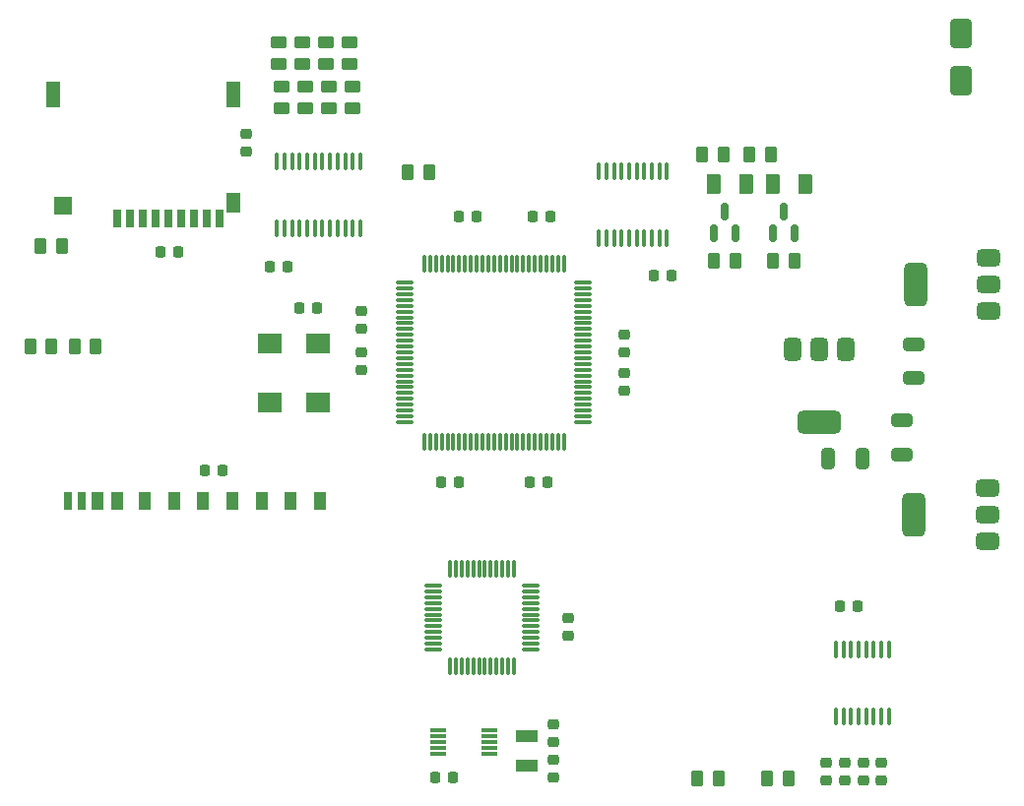
<source format=gtp>
G04 #@! TF.GenerationSoftware,KiCad,Pcbnew,7.0.10-7.0.10~ubuntu22.04.1*
G04 #@! TF.CreationDate,2024-05-15T19:40:14+10:00*
G04 #@! TF.ProjectId,AtariHDisk4,41746172-6948-4446-9973-6b342e6b6963,rev?*
G04 #@! TF.SameCoordinates,Original*
G04 #@! TF.FileFunction,Paste,Top*
G04 #@! TF.FilePolarity,Positive*
%FSLAX46Y46*%
G04 Gerber Fmt 4.6, Leading zero omitted, Abs format (unit mm)*
G04 Created by KiCad (PCBNEW 7.0.10-7.0.10~ubuntu22.04.1) date 2024-05-15 19:40:14*
%MOMM*%
%LPD*%
G01*
G04 APERTURE LIST*
G04 Aperture macros list*
%AMRoundRect*
0 Rectangle with rounded corners*
0 $1 Rounding radius*
0 $2 $3 $4 $5 $6 $7 $8 $9 X,Y pos of 4 corners*
0 Add a 4 corners polygon primitive as box body*
4,1,4,$2,$3,$4,$5,$6,$7,$8,$9,$2,$3,0*
0 Add four circle primitives for the rounded corners*
1,1,$1+$1,$2,$3*
1,1,$1+$1,$4,$5*
1,1,$1+$1,$6,$7*
1,1,$1+$1,$8,$9*
0 Add four rect primitives between the rounded corners*
20,1,$1+$1,$2,$3,$4,$5,0*
20,1,$1+$1,$4,$5,$6,$7,0*
20,1,$1+$1,$6,$7,$8,$9,0*
20,1,$1+$1,$8,$9,$2,$3,0*%
G04 Aperture macros list end*
%ADD10RoundRect,0.250000X0.650000X-0.325000X0.650000X0.325000X-0.650000X0.325000X-0.650000X-0.325000X0*%
%ADD11RoundRect,0.250000X-0.262500X-0.450000X0.262500X-0.450000X0.262500X0.450000X-0.262500X0.450000X0*%
%ADD12RoundRect,0.225000X0.250000X-0.225000X0.250000X0.225000X-0.250000X0.225000X-0.250000X-0.225000X0*%
%ADD13RoundRect,0.225000X-0.225000X-0.250000X0.225000X-0.250000X0.225000X0.250000X-0.225000X0.250000X0*%
%ADD14RoundRect,0.225000X-0.250000X0.225000X-0.250000X-0.225000X0.250000X-0.225000X0.250000X0.225000X0*%
%ADD15RoundRect,0.375000X0.625000X0.375000X-0.625000X0.375000X-0.625000X-0.375000X0.625000X-0.375000X0*%
%ADD16RoundRect,0.500000X0.500000X1.400000X-0.500000X1.400000X-0.500000X-1.400000X0.500000X-1.400000X0*%
%ADD17RoundRect,0.375000X-0.375000X0.625000X-0.375000X-0.625000X0.375000X-0.625000X0.375000X0.625000X0*%
%ADD18RoundRect,0.500000X-1.400000X0.500000X-1.400000X-0.500000X1.400000X-0.500000X1.400000X0.500000X0*%
%ADD19RoundRect,0.250000X0.325000X0.650000X-0.325000X0.650000X-0.325000X-0.650000X0.325000X-0.650000X0*%
%ADD20R,2.000000X1.800000*%
%ADD21RoundRect,0.075000X-0.662500X-0.075000X0.662500X-0.075000X0.662500X0.075000X-0.662500X0.075000X0*%
%ADD22RoundRect,0.075000X-0.075000X-0.662500X0.075000X-0.662500X0.075000X0.662500X-0.075000X0.662500X0*%
%ADD23R,1.400000X0.300000*%
%ADD24RoundRect,0.250000X0.450000X-0.262500X0.450000X0.262500X-0.450000X0.262500X-0.450000X-0.262500X0*%
%ADD25RoundRect,0.150000X0.150000X-0.587500X0.150000X0.587500X-0.150000X0.587500X-0.150000X-0.587500X0*%
%ADD26RoundRect,0.100000X0.100000X-0.637500X0.100000X0.637500X-0.100000X0.637500X-0.100000X-0.637500X0*%
%ADD27RoundRect,0.075000X0.662500X0.075000X-0.662500X0.075000X-0.662500X-0.075000X0.662500X-0.075000X0*%
%ADD28RoundRect,0.075000X0.075000X0.662500X-0.075000X0.662500X-0.075000X-0.662500X0.075000X-0.662500X0*%
%ADD29R,1.900000X1.100000*%
%ADD30R,0.700000X1.600000*%
%ADD31R,1.200000X1.800000*%
%ADD32R,1.200000X2.200000*%
%ADD33R,1.600000X1.500000*%
%ADD34RoundRect,0.250000X0.375000X0.625000X-0.375000X0.625000X-0.375000X-0.625000X0.375000X-0.625000X0*%
%ADD35RoundRect,0.250000X0.262500X0.450000X-0.262500X0.450000X-0.262500X-0.450000X0.262500X-0.450000X0*%
%ADD36RoundRect,0.225000X0.225000X0.250000X-0.225000X0.250000X-0.225000X-0.250000X0.225000X-0.250000X0*%
%ADD37R,1.000000X1.500000*%
%ADD38R,0.700000X1.500000*%
%ADD39RoundRect,0.100000X-0.100000X0.637500X-0.100000X-0.637500X0.100000X-0.637500X0.100000X0.637500X0*%
%ADD40RoundRect,0.250000X0.650000X-1.000000X0.650000X1.000000X-0.650000X1.000000X-0.650000X-1.000000X0*%
G04 APERTURE END LIST*
D10*
X142240000Y-92153000D03*
X142240000Y-89203000D03*
D11*
X70104000Y-89408000D03*
X71929000Y-89408000D03*
X66294000Y-89408000D03*
X68119000Y-89408000D03*
X67159500Y-80772000D03*
X68984500Y-80772000D03*
D12*
X117348000Y-93218000D03*
X117348000Y-91668000D03*
D13*
X109474000Y-78232000D03*
X111024000Y-78232000D03*
D14*
X94742000Y-89916000D03*
X94742000Y-91466000D03*
D12*
X117348000Y-89916000D03*
X117348000Y-88366000D03*
X94742000Y-87884000D03*
X94742000Y-86334000D03*
D15*
X148590000Y-106186000D03*
X148590000Y-103886000D03*
D16*
X142290000Y-103886000D03*
D15*
X148590000Y-101586000D03*
D17*
X136412000Y-89662000D03*
X134112000Y-89662000D03*
D18*
X134112000Y-95962000D03*
D17*
X131812000Y-89662000D03*
D10*
X141224000Y-98708000D03*
X141224000Y-95758000D03*
D19*
X137873000Y-99060000D03*
X134923000Y-99060000D03*
D20*
X86868000Y-89154000D03*
X86868000Y-94234000D03*
X91068000Y-94234000D03*
X91068000Y-89154000D03*
D13*
X101587000Y-101092000D03*
X103137000Y-101092000D03*
X135864000Y-111760000D03*
X137414000Y-111760000D03*
X77470000Y-81280000D03*
X79020000Y-81280000D03*
D21*
X98509500Y-83916000D03*
X98509500Y-84416000D03*
X98509500Y-84916000D03*
X98509500Y-85416000D03*
X98509500Y-85916000D03*
X98509500Y-86416000D03*
X98509500Y-86916000D03*
X98509500Y-87416000D03*
X98509500Y-87916000D03*
X98509500Y-88416000D03*
X98509500Y-88916000D03*
X98509500Y-89416000D03*
X98509500Y-89916000D03*
X98509500Y-90416000D03*
X98509500Y-90916000D03*
X98509500Y-91416000D03*
X98509500Y-91916000D03*
X98509500Y-92416000D03*
X98509500Y-92916000D03*
X98509500Y-93416000D03*
X98509500Y-93916000D03*
X98509500Y-94416000D03*
X98509500Y-94916000D03*
X98509500Y-95416000D03*
X98509500Y-95916000D03*
D22*
X100172000Y-97578500D03*
X100672000Y-97578500D03*
X101172000Y-97578500D03*
X101672000Y-97578500D03*
X102172000Y-97578500D03*
X102672000Y-97578500D03*
X103172000Y-97578500D03*
X103672000Y-97578500D03*
X104172000Y-97578500D03*
X104672000Y-97578500D03*
X105172000Y-97578500D03*
X105672000Y-97578500D03*
X106172000Y-97578500D03*
X106672000Y-97578500D03*
X107172000Y-97578500D03*
X107672000Y-97578500D03*
X108172000Y-97578500D03*
X108672000Y-97578500D03*
X109172000Y-97578500D03*
X109672000Y-97578500D03*
X110172000Y-97578500D03*
X110672000Y-97578500D03*
X111172000Y-97578500D03*
X111672000Y-97578500D03*
X112172000Y-97578500D03*
D21*
X113834500Y-95916000D03*
X113834500Y-95416000D03*
X113834500Y-94916000D03*
X113834500Y-94416000D03*
X113834500Y-93916000D03*
X113834500Y-93416000D03*
X113834500Y-92916000D03*
X113834500Y-92416000D03*
X113834500Y-91916000D03*
X113834500Y-91416000D03*
X113834500Y-90916000D03*
X113834500Y-90416000D03*
X113834500Y-89916000D03*
X113834500Y-89416000D03*
X113834500Y-88916000D03*
X113834500Y-88416000D03*
X113834500Y-87916000D03*
X113834500Y-87416000D03*
X113834500Y-86916000D03*
X113834500Y-86416000D03*
X113834500Y-85916000D03*
X113834500Y-85416000D03*
X113834500Y-84916000D03*
X113834500Y-84416000D03*
X113834500Y-83916000D03*
D22*
X112172000Y-82253500D03*
X111672000Y-82253500D03*
X111172000Y-82253500D03*
X110672000Y-82253500D03*
X110172000Y-82253500D03*
X109672000Y-82253500D03*
X109172000Y-82253500D03*
X108672000Y-82253500D03*
X108172000Y-82253500D03*
X107672000Y-82253500D03*
X107172000Y-82253500D03*
X106672000Y-82253500D03*
X106172000Y-82253500D03*
X105672000Y-82253500D03*
X105172000Y-82253500D03*
X104672000Y-82253500D03*
X104172000Y-82253500D03*
X103672000Y-82253500D03*
X103172000Y-82253500D03*
X102672000Y-82253500D03*
X102172000Y-82253500D03*
X101672000Y-82253500D03*
X101172000Y-82253500D03*
X100672000Y-82253500D03*
X100172000Y-82253500D03*
D23*
X105797000Y-124458000D03*
X105797000Y-123958000D03*
X105797000Y-123458000D03*
X105797000Y-122958000D03*
X105797000Y-122458000D03*
X101397000Y-122458000D03*
X101397000Y-122958000D03*
X101397000Y-123458000D03*
X101397000Y-123958000D03*
X101397000Y-124458000D03*
D15*
X148692000Y-86374000D03*
X148692000Y-84074000D03*
D16*
X142392000Y-84074000D03*
D15*
X148692000Y-81774000D03*
D13*
X86855000Y-82550000D03*
X88405000Y-82550000D03*
D14*
X136296400Y-125196600D03*
X136296400Y-126746600D03*
D13*
X81280000Y-100076000D03*
X82830000Y-100076000D03*
D24*
X91948000Y-68881000D03*
X91948000Y-67056000D03*
D25*
X130114000Y-79677500D03*
X132014000Y-79677500D03*
X131064000Y-77802500D03*
X125034000Y-79677500D03*
X126934000Y-79677500D03*
X125984000Y-77802500D03*
D26*
X135570800Y-121226500D03*
X136220800Y-121226500D03*
X136870800Y-121226500D03*
X137520800Y-121226500D03*
X138170800Y-121226500D03*
X138820800Y-121226500D03*
X139470800Y-121226500D03*
X140120800Y-121226500D03*
X140120800Y-115501500D03*
X139470800Y-115501500D03*
X138820800Y-115501500D03*
X138170800Y-115501500D03*
X137520800Y-115501500D03*
X136870800Y-115501500D03*
X136220800Y-115501500D03*
X135570800Y-115501500D03*
D24*
X91694000Y-65071000D03*
X91694000Y-63246000D03*
D27*
X109287500Y-115482000D03*
X109287500Y-114982000D03*
X109287500Y-114482000D03*
X109287500Y-113982000D03*
X109287500Y-113482000D03*
X109287500Y-112982000D03*
X109287500Y-112482000D03*
X109287500Y-111982000D03*
X109287500Y-111482000D03*
X109287500Y-110982000D03*
X109287500Y-110482000D03*
X109287500Y-109982000D03*
D28*
X107875000Y-108569500D03*
X107375000Y-108569500D03*
X106875000Y-108569500D03*
X106375000Y-108569500D03*
X105875000Y-108569500D03*
X105375000Y-108569500D03*
X104875000Y-108569500D03*
X104375000Y-108569500D03*
X103875000Y-108569500D03*
X103375000Y-108569500D03*
X102875000Y-108569500D03*
X102375000Y-108569500D03*
D27*
X100962500Y-109982000D03*
X100962500Y-110482000D03*
X100962500Y-110982000D03*
X100962500Y-111482000D03*
X100962500Y-111982000D03*
X100962500Y-112482000D03*
X100962500Y-112982000D03*
X100962500Y-113482000D03*
X100962500Y-113982000D03*
X100962500Y-114482000D03*
X100962500Y-114982000D03*
X100962500Y-115482000D03*
D28*
X102375000Y-116894500D03*
X102875000Y-116894500D03*
X103375000Y-116894500D03*
X103875000Y-116894500D03*
X104375000Y-116894500D03*
X104875000Y-116894500D03*
X105375000Y-116894500D03*
X105875000Y-116894500D03*
X106375000Y-116894500D03*
X106875000Y-116894500D03*
X107375000Y-116894500D03*
X107875000Y-116894500D03*
D29*
X108966000Y-122956000D03*
X108966000Y-125456000D03*
D30*
X73746000Y-78374000D03*
X74846000Y-78374000D03*
X75946000Y-78374000D03*
X77046000Y-78374000D03*
X78146000Y-78374000D03*
X79246000Y-78374000D03*
X80346000Y-78374000D03*
X81446000Y-78374000D03*
X82546000Y-78374000D03*
D31*
X83746000Y-77074000D03*
D32*
X83746000Y-67774000D03*
D33*
X69096000Y-77324000D03*
D32*
X68246000Y-67774000D03*
D12*
X84836000Y-72644000D03*
X84836000Y-71094000D03*
D24*
X87630000Y-65071000D03*
X87630000Y-63246000D03*
X87884000Y-68881000D03*
X87884000Y-67056000D03*
X93726000Y-65071000D03*
X93726000Y-63246000D03*
D34*
X132972000Y-75438000D03*
X130172000Y-75438000D03*
D35*
X129944500Y-72898000D03*
X128119500Y-72898000D03*
D34*
X127892000Y-75438000D03*
X125092000Y-75438000D03*
D36*
X90945000Y-86106000D03*
X89395000Y-86106000D03*
D24*
X89916000Y-68881000D03*
X89916000Y-67056000D03*
D35*
X126896500Y-82042000D03*
X125071500Y-82042000D03*
X131976500Y-82042000D03*
X130151500Y-82042000D03*
D11*
X98759000Y-74422000D03*
X100584000Y-74422000D03*
D36*
X121412000Y-83312000D03*
X119862000Y-83312000D03*
D14*
X139496800Y-125196600D03*
X139496800Y-126746600D03*
D37*
X88663000Y-102684000D03*
X86163000Y-102684000D03*
X83663000Y-102684000D03*
X81163000Y-102684000D03*
X78663000Y-102684000D03*
X76163000Y-102684000D03*
X73738000Y-102684000D03*
X72038000Y-102684000D03*
X91163000Y-102684000D03*
D38*
X70738000Y-102684000D03*
X69538000Y-102684000D03*
D39*
X121035000Y-74353500D03*
X120385000Y-74353500D03*
X119735000Y-74353500D03*
X119085000Y-74353500D03*
X118435000Y-74353500D03*
X117785000Y-74353500D03*
X117135000Y-74353500D03*
X116485000Y-74353500D03*
X115835000Y-74353500D03*
X115185000Y-74353500D03*
X115185000Y-80078500D03*
X115835000Y-80078500D03*
X116485000Y-80078500D03*
X117135000Y-80078500D03*
X117785000Y-80078500D03*
X118435000Y-80078500D03*
X119085000Y-80078500D03*
X119735000Y-80078500D03*
X120385000Y-80078500D03*
X121035000Y-80078500D03*
D12*
X112522000Y-114313000D03*
X112522000Y-112763000D03*
D13*
X103124000Y-78232000D03*
X104674000Y-78232000D03*
X101092000Y-126492000D03*
X102642000Y-126492000D03*
D24*
X93980000Y-68881000D03*
X93980000Y-67056000D03*
D13*
X109220000Y-101092000D03*
X110770000Y-101092000D03*
D11*
X123651000Y-126595500D03*
X125476000Y-126595500D03*
D14*
X111252000Y-124968000D03*
X111252000Y-126518000D03*
D12*
X111252000Y-123444000D03*
X111252000Y-121894000D03*
D14*
X134696200Y-125197200D03*
X134696200Y-126747200D03*
D11*
X129643500Y-126595500D03*
X131468500Y-126595500D03*
D40*
X146304000Y-66516000D03*
X146304000Y-62516000D03*
D35*
X125880500Y-72898000D03*
X124055500Y-72898000D03*
D26*
X87510000Y-79248000D03*
X88160000Y-79248000D03*
X88810000Y-79248000D03*
X89460000Y-79248000D03*
X90110000Y-79248000D03*
X90760000Y-79248000D03*
X91410000Y-79248000D03*
X92060000Y-79248000D03*
X92710000Y-79248000D03*
X93360000Y-79248000D03*
X94010000Y-79248000D03*
X94660000Y-79248000D03*
X94660000Y-73523000D03*
X94010000Y-73523000D03*
X93360000Y-73523000D03*
X92710000Y-73523000D03*
X92060000Y-73523000D03*
X91410000Y-73523000D03*
X90760000Y-73523000D03*
X90110000Y-73523000D03*
X89460000Y-73523000D03*
X88810000Y-73523000D03*
X88160000Y-73523000D03*
X87510000Y-73523000D03*
D14*
X137896600Y-125197200D03*
X137896600Y-126747200D03*
D24*
X89662000Y-65071000D03*
X89662000Y-63246000D03*
M02*

</source>
